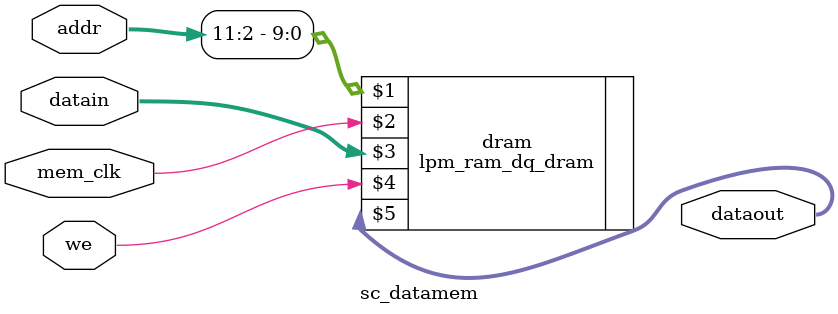
<source format=v>
module sc_datamem (addr,datain,dataout,we,mem_clk);
 
   input  [31:0]  addr;
   input  [31:0]  datain;
   
   input          we,mem_clk;
   output [31:0]  dataout;
   
   lpm_ram_dq_dram  dram(addr[11:2],mem_clk,datain,we,dataout );

endmodule 
</source>
